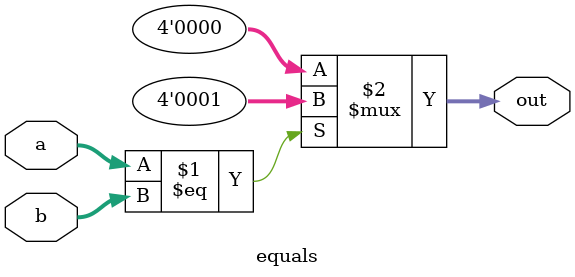
<source format=v>
module equals (input [3:0]a,b,
					output [3:0] out
				);
				
				assign out = (a == b) ? 4'd1 : 4'd0;
						
endmodule

</source>
